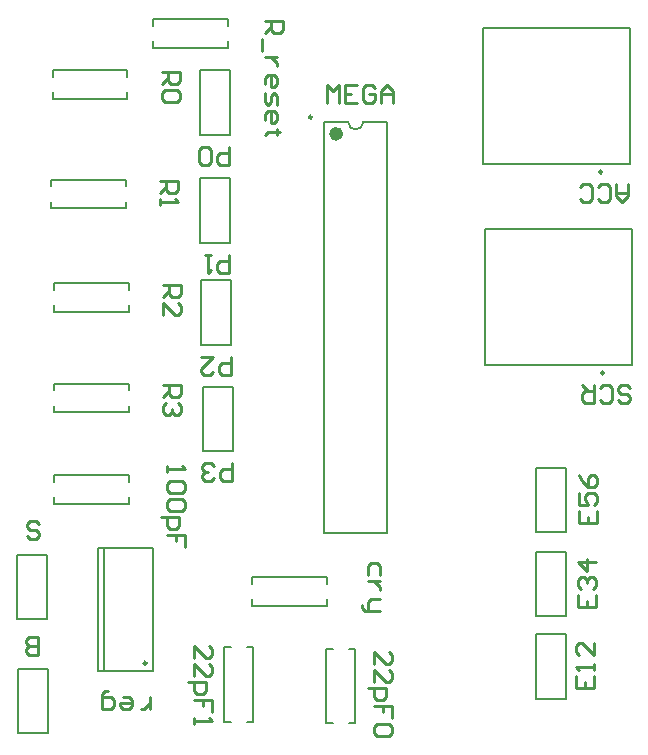
<source format=gto>
G04*
G04 #@! TF.GenerationSoftware,Altium Limited,Altium Designer,22.1.2 (22)*
G04*
G04 Layer_Color=65535*
%FSLAX43Y43*%
%MOMM*%
G71*
G04*
G04 #@! TF.SameCoordinates,C0918504-A1FE-4B7F-BD87-C0AB04C77FA1*
G04*
G04*
G04 #@! TF.FilePolarity,Positive*
G04*
G01*
G75*
%ADD10C,0.200*%
%ADD11C,0.250*%
%ADD12C,0.600*%
%ADD13C,0.254*%
D10*
X30988Y55881D02*
G03*
X32258Y55881I635J0D01*
G01*
X18669Y28004D02*
X21209D01*
X18669D02*
Y33464D01*
X21209D01*
Y28004D02*
Y33464D01*
X28973Y21081D02*
Y55881D01*
X34273Y21081D02*
Y55881D01*
X28973D02*
X30988D01*
X32258D02*
X34273D01*
X28973Y21081D02*
X34273D01*
X14503Y62173D02*
X20803D01*
X14503Y64573D02*
X20803D01*
X14503Y64047D02*
Y64573D01*
X20803Y62173D02*
Y62699D01*
X14503Y62173D02*
Y62699D01*
X20803Y64047D02*
Y64573D01*
X2921Y13780D02*
X5461D01*
X2921D02*
Y19240D01*
X5461D01*
Y13780D02*
Y19240D01*
X3048Y4128D02*
X5588D01*
X3048D02*
Y9588D01*
X5588D01*
Y4128D02*
Y9588D01*
X6121Y23565D02*
Y24091D01*
X12421Y25439D02*
Y25965D01*
X6121Y25439D02*
Y25965D01*
X12421Y23565D02*
Y24091D01*
X6121Y23565D02*
X12421D01*
X6121Y25965D02*
X12421D01*
X12294Y59729D02*
Y60255D01*
X5994Y57855D02*
Y58381D01*
X12294Y57855D02*
Y58381D01*
X5994Y59729D02*
Y60255D01*
X12294D01*
X5994Y57855D02*
X12294D01*
X10350Y9405D02*
Y19805D01*
X9850Y9405D02*
X14450D01*
Y9405D02*
Y19805D01*
X9850D02*
X14450D01*
X9850Y9405D02*
Y19805D01*
X18415Y54801D02*
X20955D01*
X18415D02*
Y60261D01*
X20955D01*
Y54801D02*
Y60261D01*
X29185Y16803D02*
Y17329D01*
X22885Y14929D02*
Y15455D01*
X29185Y14929D02*
Y15455D01*
X22885Y16803D02*
Y17329D01*
X29185D01*
X22885Y14929D02*
X29185D01*
X20517Y11405D02*
X21043D01*
X22391Y5105D02*
X22917D01*
X22391Y11405D02*
X22917D01*
X20517Y5105D02*
X21043D01*
X20517D02*
Y11405D01*
X22917Y5105D02*
Y11405D01*
X29153Y11278D02*
X29679D01*
X31027Y4978D02*
X31553D01*
X31027Y11278D02*
X31553D01*
X29153Y4978D02*
X29679D01*
X29153D02*
Y11278D01*
X31553Y4978D02*
Y11278D01*
X46863Y12509D02*
X49403D01*
Y7049D02*
Y12509D01*
X46863Y7049D02*
X49403D01*
X46863D02*
Y12509D01*
Y19494D02*
X49403D01*
Y14034D02*
Y19494D01*
X46863Y14034D02*
X49403D01*
X46863D02*
Y19494D01*
Y26606D02*
X49403D01*
Y21146D02*
Y26606D01*
X46863Y21146D02*
X49403D01*
X46863D02*
Y26606D01*
X18542Y37021D02*
X21082D01*
X18542D02*
Y42481D01*
X21082D01*
Y37021D02*
Y42481D01*
X18415Y45657D02*
X20955D01*
X18415D02*
Y51117D01*
X20955D01*
Y45657D02*
Y51117D01*
X12167Y50458D02*
Y50984D01*
X5867Y48584D02*
Y49110D01*
X12167Y48584D02*
Y49110D01*
X5867Y50458D02*
Y50984D01*
X12167D01*
X5867Y48584D02*
X12167D01*
X12421Y41695D02*
Y42221D01*
X6121Y39821D02*
Y40347D01*
X12421Y39821D02*
Y40347D01*
X6121Y41695D02*
Y42221D01*
X12421D01*
X6121Y39821D02*
X12421D01*
Y33186D02*
Y33712D01*
X6121Y31312D02*
Y31838D01*
X12421Y31312D02*
Y31838D01*
X6121Y33186D02*
Y33712D01*
X12421D01*
X6121Y31312D02*
X12421D01*
X42588Y46792D02*
X54988D01*
Y35292D02*
Y46792D01*
X54985Y35292D02*
X54988D01*
X42588D02*
X54988D01*
X42588D02*
Y46792D01*
X42421Y63810D02*
X54821D01*
Y52310D02*
Y63810D01*
X54818Y52310D02*
X54821D01*
X42421D02*
X54821D01*
X42421D02*
Y63810D01*
D11*
X27938Y56291D02*
G03*
X27938Y56291I-125J0D01*
G01*
X13925Y10055D02*
G03*
X13925Y10055I-125J0D01*
G01*
X52663Y34642D02*
G03*
X52663Y34642I-125J0D01*
G01*
X52496Y51660D02*
G03*
X52496Y51660I-125J0D01*
G01*
D12*
X30273Y54881D02*
G03*
X30273Y54881I-300J0D01*
G01*
D13*
X29211Y57531D02*
Y59055D01*
X29719Y58547D01*
X30227Y59055D01*
Y57531D01*
X31750Y59055D02*
X30734D01*
Y57531D01*
X31750D01*
X30734Y58293D02*
X31242D01*
X33274Y58801D02*
X33020Y59055D01*
X32512D01*
X32258Y58801D01*
Y57785D01*
X32512Y57531D01*
X33020D01*
X33274Y57785D01*
Y58293D01*
X32766D01*
X33781Y57531D02*
Y58547D01*
X34289Y59055D01*
X34797Y58547D01*
Y57531D01*
Y58293D01*
X33781D01*
X23965Y64452D02*
X25488D01*
Y63691D01*
X25234Y63437D01*
X24727D01*
X24473Y63691D01*
Y64452D01*
Y63945D02*
X23965Y63437D01*
X23711Y62929D02*
Y61913D01*
X24981Y61405D02*
X23965D01*
X24473D01*
X24727Y61152D01*
X24981Y60898D01*
Y60644D01*
X23965Y59120D02*
Y59628D01*
X24219Y59882D01*
X24727D01*
X24981Y59628D01*
Y59120D01*
X24727Y58866D01*
X24473D01*
Y59882D01*
X23965Y58358D02*
Y57597D01*
X24219Y57343D01*
X24473Y57597D01*
Y58105D01*
X24727Y58358D01*
X24981Y58105D01*
Y57343D01*
X23965Y56073D02*
Y56581D01*
X24219Y56835D01*
X24727D01*
X24981Y56581D01*
Y56073D01*
X24727Y55819D01*
X24473D01*
Y56835D01*
X25234Y55058D02*
X24981D01*
Y55311D01*
Y54804D01*
Y55058D01*
X24219D01*
X23965Y54804D01*
X3810Y20828D02*
X4064Y20574D01*
X4572D01*
X4826Y20828D01*
Y21082D01*
X4572Y21336D01*
X4064D01*
X3810Y21590D01*
Y21844D01*
X4064Y22098D01*
X4572D01*
X4826Y21844D01*
X53856Y32373D02*
X54110Y32119D01*
X54617D01*
X54871Y32373D01*
Y32627D01*
X54617Y32881D01*
X54110D01*
X53856Y33134D01*
Y33388D01*
X54110Y33642D01*
X54617D01*
X54871Y33388D01*
X52332Y32373D02*
X52586Y32119D01*
X53094D01*
X53348Y32373D01*
Y33388D01*
X53094Y33642D01*
X52586D01*
X52332Y33388D01*
X51824Y33642D02*
Y32119D01*
X51063D01*
X50809Y32373D01*
Y32881D01*
X51063Y33134D01*
X51824D01*
X51316D02*
X50809Y33642D01*
X14223Y6223D02*
Y7239D01*
Y6731D01*
X13969Y6477D01*
X13716Y6223D01*
X13462D01*
X11938Y7239D02*
X12446D01*
X12700Y6985D01*
Y6477D01*
X12446Y6223D01*
X11938D01*
X11684Y6477D01*
Y6731D01*
X12700D01*
X10668Y7747D02*
X10415D01*
X10161Y7493D01*
Y6223D01*
X10922D01*
X11176Y6477D01*
Y6985D01*
X10922Y7239D01*
X10161D01*
X15329Y33591D02*
X16852D01*
Y32830D01*
X16598Y32576D01*
X16091D01*
X15837Y32830D01*
Y33591D01*
Y33084D02*
X15329Y32576D01*
X16598Y32068D02*
X16852Y31814D01*
Y31306D01*
X16598Y31052D01*
X16345D01*
X16091Y31306D01*
Y31560D01*
Y31306D01*
X15837Y31052D01*
X15583D01*
X15329Y31306D01*
Y31814D01*
X15583Y32068D01*
X15329Y42100D02*
X16852D01*
Y41339D01*
X16598Y41085D01*
X16091D01*
X15837Y41339D01*
Y42100D01*
Y41593D02*
X15329Y41085D01*
Y39561D02*
Y40577D01*
X16345Y39561D01*
X16598D01*
X16852Y39815D01*
Y40323D01*
X16598Y40577D01*
X15075Y50863D02*
X16598D01*
Y50102D01*
X16344Y49848D01*
X15837D01*
X15583Y50102D01*
Y50863D01*
Y50356D02*
X15075Y49848D01*
Y49340D02*
Y48832D01*
Y49086D01*
X16598D01*
X16344Y49340D01*
X15202Y60134D02*
X16725D01*
Y59373D01*
X16471Y59119D01*
X15964D01*
X15710Y59373D01*
Y60134D01*
Y59627D02*
X15202Y59119D01*
X16471Y58611D02*
X16725Y58357D01*
Y57849D01*
X16471Y57595D01*
X15456D01*
X15202Y57849D01*
Y58357D01*
X15456Y58611D01*
X16471D01*
X21196Y26987D02*
Y25464D01*
X20435D01*
X20181Y25718D01*
Y26226D01*
X20435Y26480D01*
X21196D01*
X19673Y25718D02*
X19419Y25464D01*
X18911D01*
X18657Y25718D01*
Y25972D01*
X18911Y26226D01*
X19165D01*
X18911D01*
X18657Y26480D01*
Y26734D01*
X18911Y26987D01*
X19419D01*
X19673Y26734D01*
X21069Y36005D02*
Y34481D01*
X20308D01*
X20054Y34735D01*
Y35243D01*
X20308Y35497D01*
X21069D01*
X18530Y36005D02*
X19546D01*
X18530Y34989D01*
Y34735D01*
X18784Y34481D01*
X19292D01*
X19546Y34735D01*
X20942Y44640D02*
Y43117D01*
X20181D01*
X19927Y43371D01*
Y43879D01*
X20181Y44133D01*
X20942D01*
X19419Y44640D02*
X18911D01*
X19165D01*
Y43117D01*
X19419Y43371D01*
X20942Y53785D02*
Y52261D01*
X20181D01*
X19927Y52515D01*
Y53023D01*
X20181Y53277D01*
X20942D01*
X19419Y52515D02*
X19165Y52261D01*
X18657D01*
X18403Y52515D01*
Y53531D01*
X18657Y53785D01*
X19165D01*
X19419Y53531D01*
Y52515D01*
X50292Y9017D02*
Y8002D01*
X51816D01*
Y9017D01*
X51054Y8002D02*
Y8509D01*
X51816Y9525D02*
Y10033D01*
Y9779D01*
X50292D01*
X50546Y9525D01*
X51816Y11810D02*
Y10795D01*
X50800Y11810D01*
X50546D01*
X50292Y11556D01*
Y11049D01*
X50546Y10795D01*
X50419Y15875D02*
Y14860D01*
X51943D01*
Y15875D01*
X51181Y14860D02*
Y15367D01*
X50673Y16383D02*
X50419Y16637D01*
Y17145D01*
X50673Y17399D01*
X50927D01*
X51181Y17145D01*
Y16891D01*
Y17145D01*
X51435Y17399D01*
X51689D01*
X51943Y17145D01*
Y16637D01*
X51689Y16383D01*
X51943Y18668D02*
X50419D01*
X51181Y17907D01*
Y18922D01*
X50546Y22987D02*
Y21972D01*
X52070D01*
Y22987D01*
X51308Y21972D02*
Y22479D01*
X50546Y24511D02*
Y23495D01*
X51308D01*
X51054Y24003D01*
Y24257D01*
X51308Y24511D01*
X51816D01*
X52070Y24257D01*
Y23749D01*
X51816Y23495D01*
X50546Y26034D02*
X50800Y25527D01*
X51308Y25019D01*
X51816D01*
X52070Y25273D01*
Y25780D01*
X51816Y26034D01*
X51562D01*
X51308Y25780D01*
Y25019D01*
X33655Y17526D02*
Y18287D01*
X33401Y18541D01*
X32893D01*
X32639Y18287D01*
Y17526D01*
X33655Y17018D02*
X32639D01*
X33147D01*
X33401Y16764D01*
X33655Y16510D01*
Y16256D01*
Y15494D02*
X32893D01*
X32639Y15240D01*
Y14479D01*
X32385D01*
X32131Y14733D01*
Y14986D01*
X32639Y14479D02*
X33655D01*
X4699Y10795D02*
Y12319D01*
X3937D01*
X3683Y12065D01*
Y11811D01*
X3937Y11557D01*
X4699D01*
X3937D01*
X3683Y11303D01*
Y11049D01*
X3937Y10795D01*
X4699D01*
X54704Y50660D02*
Y49645D01*
X54196Y49137D01*
X53689Y49645D01*
Y50660D01*
Y49899D01*
X54704D01*
X52165Y49391D02*
X52419Y49137D01*
X52927D01*
X53181Y49391D01*
Y50406D01*
X52927Y50660D01*
X52419D01*
X52165Y50406D01*
X50642Y49391D02*
X50896Y49137D01*
X51403D01*
X51657Y49391D01*
Y50406D01*
X51403Y50660D01*
X50896D01*
X50642Y50406D01*
X15621Y26796D02*
Y26288D01*
Y26542D01*
X17145D01*
X16891Y26796D01*
Y25526D02*
X17145Y25272D01*
Y24765D01*
X16891Y24511D01*
X15875D01*
X15621Y24765D01*
Y25272D01*
X15875Y25526D01*
X16891D01*
Y24003D02*
X17145Y23749D01*
Y23241D01*
X16891Y22987D01*
X15875D01*
X15621Y23241D01*
Y23749D01*
X15875Y24003D01*
X16891D01*
X15113Y22479D02*
X16637D01*
Y21718D01*
X16383Y21464D01*
X15875D01*
X15621Y21718D01*
Y22479D01*
X17145Y19940D02*
Y20956D01*
X16383D01*
Y20448D01*
Y20956D01*
X15621D01*
X17907Y10540D02*
Y11556D01*
X18923Y10540D01*
X19177D01*
X19431Y10794D01*
Y11302D01*
X19177Y11556D01*
X17907Y9017D02*
Y10032D01*
X18923Y9017D01*
X19177D01*
X19431Y9271D01*
Y9778D01*
X19177Y10032D01*
X17399Y8509D02*
X18923D01*
Y7747D01*
X18669Y7493D01*
X18161D01*
X17907Y7747D01*
Y8509D01*
X19431Y5970D02*
Y6985D01*
X18669D01*
Y6478D01*
Y6985D01*
X17907D01*
Y5462D02*
Y4954D01*
Y5208D01*
X19431D01*
X19177Y5462D01*
X33147Y10032D02*
Y11048D01*
X34163Y10032D01*
X34417D01*
X34671Y10286D01*
Y10794D01*
X34417Y11048D01*
X33147Y8509D02*
Y9524D01*
X34163Y8509D01*
X34417D01*
X34671Y8763D01*
Y9270D01*
X34417Y9524D01*
X32639Y8001D02*
X34163D01*
Y7239D01*
X33909Y6985D01*
X33401D01*
X33147Y7239D01*
Y8001D01*
X34671Y5462D02*
Y6477D01*
X33909D01*
Y5969D01*
Y6477D01*
X33147D01*
X34417Y4954D02*
X34671Y4700D01*
Y4192D01*
X34417Y3938D01*
X33401D01*
X33147Y4192D01*
Y4700D01*
X33401Y4954D01*
X34417D01*
M02*

</source>
